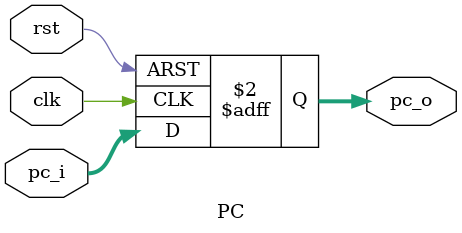
<source format=v>
module PC (
    input clk,              // clock
    input rst,              // active low reset
    input [31:0] pc_i,      // input program counter (value which will be assigned to PC)
    output reg [31:0] pc_o  // output program counter
);

    // TODO: implement your program counter here
    // Hint: If reset is low, assign PC to zero
    always @(posedge clk or negedge rst) begin
        if (rst) pc_o <= pc_i;
        else pc_o <= 0;
    end


endmodule


</source>
